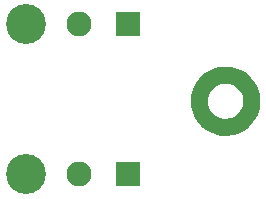
<source format=gbs>
G04*
G04 #@! TF.GenerationSoftware,Altium Limited,Altium Designer,20.0.11 (256)*
G04*
G04 Layer_Color=16711935*
%FSLAX25Y25*%
%MOIN*%
G70*
G01*
G75*
%ADD19C,0.05500*%
%ADD23R,0.08300X0.08300*%
%ADD24C,0.08300*%
%ADD25C,0.13300*%
D19*
X86232Y42000D02*
X86175Y42995D01*
X86005Y43978D01*
X85724Y44934D01*
X85336Y45853D01*
X84846Y46721D01*
X84260Y47528D01*
X83586Y48262D01*
X82832Y48915D01*
X82009Y49478D01*
X81127Y49943D01*
X80198Y50305D01*
X79234Y50558D01*
X78247Y50700D01*
X77251Y50729D01*
X76257Y50643D01*
X75280Y50445D01*
X74332Y50137D01*
X73425Y49723D01*
X72571Y49208D01*
X71782Y48599D01*
X71067Y47904D01*
X70436Y47133D01*
X69897Y46294D01*
X69457Y45399D01*
X69122Y44460D01*
X68896Y43489D01*
X68782Y42498D01*
Y41502D01*
X68896Y40511D01*
X69122Y39540D01*
X69457Y38601D01*
X69897Y37706D01*
X70436Y36867D01*
X71067Y36096D01*
X71782Y35401D01*
X72571Y34792D01*
X73425Y34277D01*
X74332Y33863D01*
X75280Y33555D01*
X76257Y33357D01*
X77251Y33271D01*
X78247Y33300D01*
X79234Y33442D01*
X80198Y33695D01*
X81127Y34057D01*
X82009Y34522D01*
X82832Y35085D01*
X83586Y35738D01*
X84260Y36472D01*
X84846Y37279D01*
X85336Y38147D01*
X85724Y39066D01*
X86005Y40022D01*
X86175Y41005D01*
X86232Y42000D01*
D23*
X45000Y17500D02*
D03*
Y67500D02*
D03*
D24*
X28701Y17500D02*
D03*
Y67500D02*
D03*
D25*
X11200Y17500D02*
D03*
Y67500D02*
D03*
M02*

</source>
